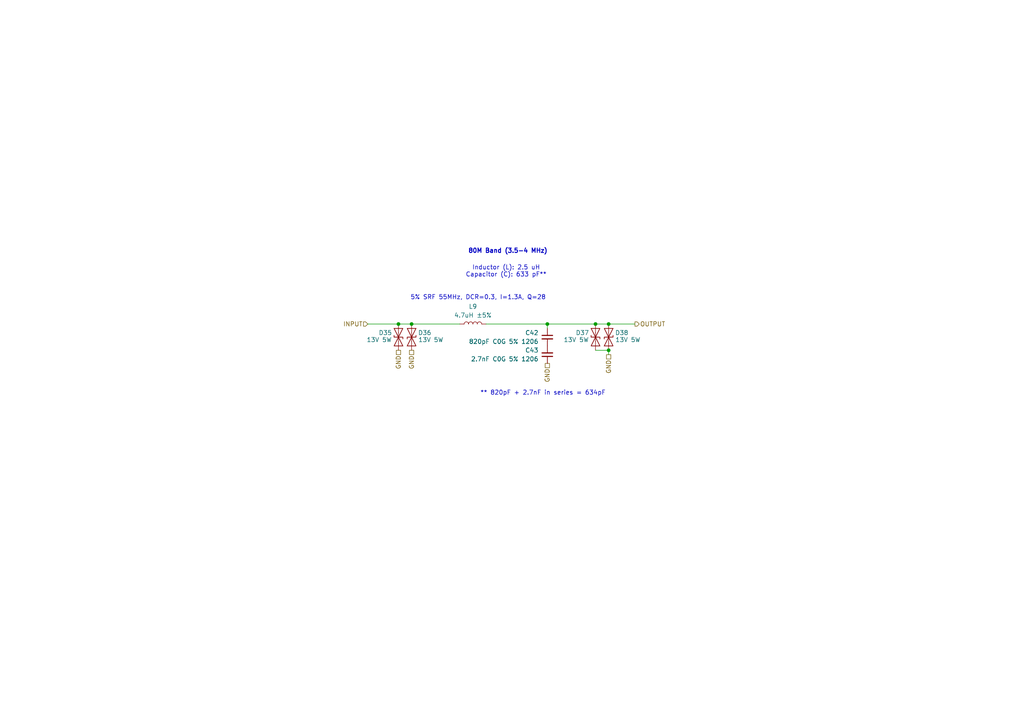
<source format=kicad_sch>
(kicad_sch (version 20231120) (generator "eeschema") (generator_version "8.0")
  (paper "A4")
  (lib_symbols
    (symbol "Device:C_Small" (pin_numbers hide) (pin_names (offset 0.254) hide)
      (property "Reference" "C" (at 0.254 1.778 0))
      (property "Value" "C_Small" (at 0.254 -2.032 0))
      (symbol "C_Small_0_1"
        (polyline (pts (xy -1.524 -0.508) (xy 1.524 -0.508)) (stroke (width 0.3302)))
        (polyline (pts (xy -1.524 0.508) (xy 1.524 0.508)) (stroke (width 0.3048)))
      )
      (symbol "C_Small_1_1"
        (pin passive line (at 0 2.54 270) (length 2.032) (name "~") (number "1"))
        (pin passive line (at 0 -2.54 90) (length 2.032) (name "~") (number "2"))
      )
    )
    (symbol "Device:L" (pin_numbers hide) (pin_names (offset 1.016) hide)
      (property "Reference" "L" (at -1.27 0 90))
      (property "Value" "L" (at 1.905 0 90))
      (symbol "L_0_1"
        (arc (start 0 -2.54) (mid 0.6323 -1.905) (end 0 -1.27))
        (arc (start 0 -1.27) (mid 0.6323 -0.635) (end 0 0))
        (arc (start 0 0) (mid 0.6323 0.635) (end 0 1.27))
        (arc (start 0 1.27) (mid 0.6323 1.905) (end 0 2.54))
      )
      (symbol "L_1_1"
        (pin passive line (at 0 3.81 270) (length 1.27) (name "1") (number "1"))
        (pin passive line (at 0 -3.81 90) (length 1.27) (name "2") (number "2"))
      )
    )
    (symbol "Diode:SD15_SOD323" (pin_numbers hide) (pin_names (offset 1.016) hide)
      (property "Reference" "D" (at 0 2.54 0))
      (property "Value" "SD15_SOD323" (at 0 -2.54 0))
      (symbol "SD15_SOD323_0_1"
        (polyline (pts (xy 1.27 0) (xy -1.27 0)))
        (polyline (pts (xy -2.54 -1.27) (xy 0 0) (xy -2.54 1.27) (xy -2.54 -1.27)) (stroke (width 0.2032)))
        (polyline (pts (xy 0.508 1.27) (xy 0 1.27) (xy 0 -1.27) (xy -0.508 -1.27)) (stroke (width 0.2032)))
        (polyline (pts (xy 2.54 1.27) (xy 2.54 -1.27) (xy 0 0) (xy 2.54 1.27)) (stroke (width 0.2032)))
      )
      (symbol "SD15_SOD323_1_1"
        (pin passive line (at -3.81 0 0) (length 2.54) (name "A1") (number "1"))
        (pin passive line (at 3.81 0 180) (length 2.54) (name "A2") (number "2"))
      )
    )
  )
  (junction (at 172.72 93.98))
  (junction (at 176.53 101.6))
  (junction (at 176.53 93.98))
  (junction (at 115.57 93.98))
  (junction (at 119.38 93.98))
  (junction (at 158.75 93.98))
  (wire (pts (xy 106.68 93.98) (xy 115.57 93.98)))
  (wire (pts (xy 119.38 93.98) (xy 133.35 93.98)))
  (wire (pts (xy 176.53 101.6) (xy 176.53 102.87)))
  (wire (pts (xy 158.75 93.98) (xy 172.72 93.98)))
  (wire (pts (xy 172.72 93.98) (xy 176.53 93.98)))
  (wire (pts (xy 115.57 93.98) (xy 119.38 93.98)))
  (wire (pts (xy 158.75 93.98) (xy 158.75 95.25)))
  (wire (pts (xy 140.97 93.98) (xy 158.75 93.98)))
  (wire (pts (xy 172.72 101.6) (xy 176.53 101.6)))
  (wire (pts (xy 176.53 93.98) (xy 184.15 93.98)))
  (text "5% SRF 55MHz, DCR=0.3, I=1.3A, Q=28" (at 138.684 86.36 0) (effects (font (size 1.27 1.27))))
  (text "80M Band (3.5-4 MHz)" (at 147.32 72.898 0) (effects (font (size 1.27 1.27) (thickness 0.254) (bold yes))))
  (text "** 820pF + 2.7nF in series = 634pF" (at 157.48 114.046 0) (effects (font (size 1.27 1.27))))
  (text "Inductor (L): 2.5 uH\nCapacitor (C): 633 pF**" (at 146.812 78.74 0) (effects (font (size 1.27 1.27))))
  (hierarchical_label "GND" (shape passive) (at 158.75 105.41 270))
  (hierarchical_label "GND" (shape passive) (at 119.38 101.6 270))
  (hierarchical_label "GND" (shape passive) (at 176.53 102.87 270))
  (hierarchical_label "INPUT" (shape input) (at 106.68 93.98 180))
  (hierarchical_label "OUTPUT" (shape output) (at 184.15 93.98 0))
  (hierarchical_label "GND" (shape passive) (at 115.57 101.6 270))
  (symbol (lib_id "Diode:SD15_SOD323") (at 172.72 97.79 90) (unit 1)
    (property "Reference" "D37" (at 168.91 96.52 90))
    (property "Value" "13V 5W" (at 167.132 98.552 90))
    (property "Footprint" "Diode_SMD:D_0603_1608Metric" (effects (hide yes)))
    (property "Datasheet" "https://wmsc.lcsc.com/wmsc/upload/file/pdf/v2/lcsc/1912111437_DOWO-SMB5350B_C284082.pdf" (effects (hide yes)))
    (property "Description" "Independent Type 5W 13V SMB(DO-214AA) Zener Diodes ROHS" (effects (hide yes)))
    (property "LCSC Part #" "C284082" (effects (hide yes)))
    (property "MPN" "SMB5350B" (effects (hide yes)))
    (property "Manufacturer" "DOWO" (effects (hide yes)))
  )
  (symbol (lib_id "Diode:SD15_SOD323") (at 176.53 97.79 270) (mirror x) (unit 1)
    (property "Reference" "D38" (at 180.34 96.52 90))
    (property "Value" "13V 5W" (at 182.118 98.552 90))
    (property "Footprint" "Diode_SMD:D_0603_1608Metric" (effects (hide yes)))
    (property "Datasheet" "https://wmsc.lcsc.com/wmsc/upload/file/pdf/v2/lcsc/1912111437_DOWO-SMB5350B_C284082.pdf" (effects (hide yes)))
    (property "Description" "Independent Type 5W 13V SMB(DO-214AA) Zener Diodes ROHS" (effects (hide yes)))
    (property "LCSC Part #" "C284082" (effects (hide yes)))
    (property "MPN" "SMB5350B" (effects (hide yes)))
    (property "Manufacturer" "DOWO" (effects (hide yes)))
  )
  (symbol (lib_id "Diode:SD15_SOD323") (at 119.38 97.79 270) (mirror x) (unit 1)
    (property "Reference" "D36" (at 123.19 96.52 90))
    (property "Value" "13V 5W" (at 124.968 98.552 90))
    (property "Footprint" "Diode_SMD:D_0603_1608Metric" (effects (hide yes)))
    (property "Datasheet" "https://wmsc.lcsc.com/wmsc/upload/file/pdf/v2/lcsc/1912111437_DOWO-SMB5350B_C284082.pdf" (effects (hide yes)))
    (property "Description" "Independent Type 5W 13V SMB(DO-214AA) Zener Diodes ROHS" (effects (hide yes)))
    (property "LCSC Part #" "C284082" (effects (hide yes)))
    (property "MPN" "SMB5350B" (effects (hide yes)))
    (property "Manufacturer" "DOWO" (effects (hide yes)))
  )
  (symbol (lib_id "Device:C_Small") (at 158.75 97.79 0) (mirror y) (unit 1)
    (property "Reference" "C42" (at 156.21 96.5262 0) (effects (justify left)))
    (property "Value" "820pF C0G 5% 1206" (at 156.21 99.0662 0) (effects (justify left)))
    (property "Footprint" "Capacitor_SMD:C_1206_3216Metric" (effects (hide yes)))
    (property "Datasheet" "https://wmsc.lcsc.com/wmsc/upload/file/pdf/v2/lcsc/2304140030_FH--Guangdong-Fenghua-Advanced-Tech-1206CG821J500NT_C125848.pdf" (effects (hide yes)))
    (property "Description" "50V 820pF C0G ±5% 1206 Multilayer Ceramic Capacitors MLCC - SMD/SMT ROHS" (effects (hide yes)))
    (property "LCSC Part #" "C125848" (effects (hide yes)))
    (property "MPN" "1206CG821J500NT" (effects (hide yes)))
    (property "Manufacturer" "Fenghua" (effects (hide yes)))
  )
  (symbol (lib_id "Diode:SD15_SOD323") (at 115.57 97.79 90) (unit 1)
    (property "Reference" "D35" (at 111.76 96.52 90))
    (property "Value" "13V 5W" (at 109.982 98.552 90))
    (property "Footprint" "Diode_SMD:D_0603_1608Metric" (effects (hide yes)))
    (property "Datasheet" "https://wmsc.lcsc.com/wmsc/upload/file/pdf/v2/lcsc/1912111437_DOWO-SMB5350B_C284082.pdf" (effects (hide yes)))
    (property "Description" "Independent Type 5W 13V SMB(DO-214AA) Zener Diodes ROHS" (effects (hide yes)))
    (property "LCSC Part #" "C284082" (effects (hide yes)))
    (property "MPN" "SMB5350B" (effects (hide yes)))
    (property "Manufacturer" "DOWO" (effects (hide yes)))
  )
  (symbol (lib_id "Device:C_Small") (at 158.75 102.87 0) (mirror x) (unit 1)
    (property "Reference" "C43" (at 156.21 101.5935 0) (effects (justify right)))
    (property "Value" "2.7nF C0G 5% 1206" (at 156.21 104.1335 0) (effects (justify right)))
    (property "Footprint" "Capacitor_SMD:C_1206_3216Metric" (effects (hide yes)))
    (property "Datasheet" "https://wmsc.lcsc.com/wmsc/upload/file/pdf/v2/lcsc/2304140030_Murata-Electronics-GCM3195C2A272JA16D_C437495.pdf" (effects (hide yes)))
    (property "Description" "100V 2.7nF C0G ±5% 1206 Multilayer Ceramic Capacitors MLCC - SMD/SMT ROHS" (effects (hide yes)))
    (property "LCSC Part #" "C437495" (effects (hide yes)))
    (property "MPN" "GCM3195C2A272JA16D" (effects (hide yes)))
    (property "Manufacturer" "Murata" (effects (hide yes)))
  )
  (symbol (lib_id "Device:L") (at 137.16 93.98 90) (unit 1)
    (property "Reference" "L9" (at 137.16 88.9 90))
    (property "Value" "4.7uH ±5%" (at 137.16 91.44 90))
    (property "Footprint" "Inductor_SMD:L_1210_3225Metric" (effects (hide yes)))
    (property "Datasheet" "https://wmsc.lcsc.com/wmsc/upload/file/pdf/v2/lcsc/2304140030_EMTEK-LCF1210-4R7J-T_C251996.pdf" (effects (hide yes)))
    (property "Description" "1.3A 4.7uH ±5% SMD Power Inductors ROHS" (effects (hide yes)))
    (property "LCSC Part #" "C251996" (effects (hide yes)))
    (property "MPN" "LCF1210-4R7J-T" (effects (hide yes)))
    (property "Manufacturer" "Emtek" (effects (hide yes)))
  )
)
</source>
